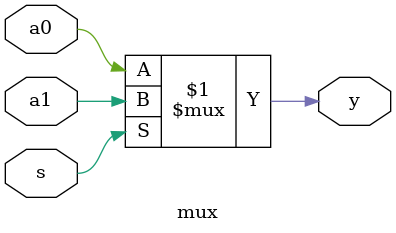
<source format=v>
module mux (a0,a1,s,y);
input a0,a1;
input s;
output y;
assign       y=s?a1:a0;
endmodule

</source>
